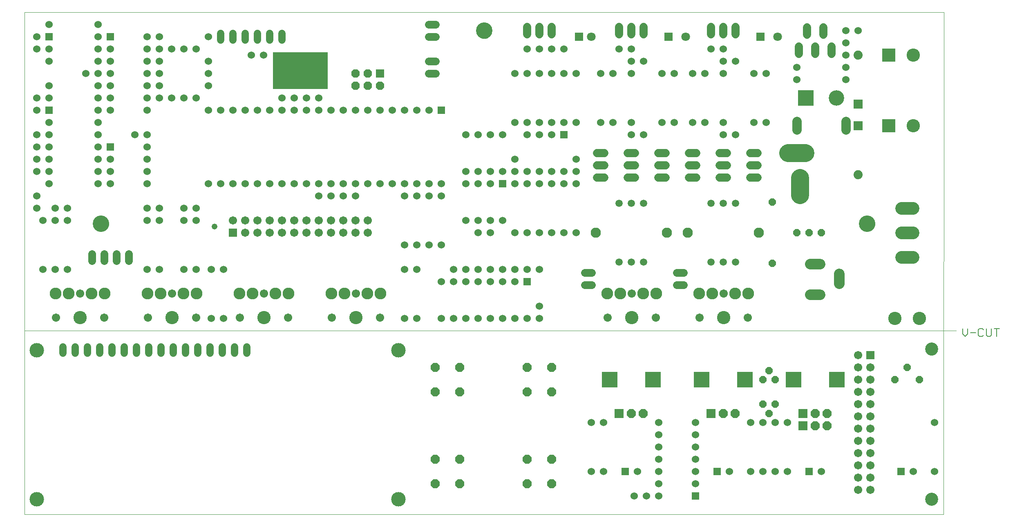
<source format=gts>
G75*
%MOIN*%
%OFA0B0*%
%FSLAX24Y24*%
%IPPOS*%
%LPD*%
%AMOC8*
5,1,8,0,0,1.08239X$1,22.5*
%
%ADD10C,0.0000*%
%ADD11C,0.1340*%
%ADD12C,0.1064*%
%ADD13C,0.0060*%
%ADD14R,0.4500X0.3000*%
%ADD15C,0.0600*%
%ADD16R,0.1080X0.1080*%
%ADD17C,0.1080*%
%ADD18C,0.0740*%
%ADD19R,0.0740X0.0740*%
%ADD20R,0.0600X0.0600*%
%ADD21C,0.1480*%
%ADD22C,0.0050*%
%ADD23C,0.0867*%
%ADD24C,0.0680*%
%ADD25OC8,0.0600*%
%ADD26C,0.0595*%
%ADD27C,0.1182*%
%ADD28C,0.0966*%
%ADD29C,0.0671*%
%ADD30C,0.1025*%
%ADD31R,0.0730X0.0730*%
%ADD32OC8,0.0730*%
%ADD33R,0.1307X0.1307*%
%ADD34OC8,0.0740*%
%ADD35C,0.0710*%
%ADD36R,0.0710X0.0710*%
%ADD37C,0.0592*%
%ADD38C,0.0828*%
%ADD39C,0.0640*%
%ADD40C,0.0780*%
%ADD41R,0.0674X0.0674*%
%ADD42C,0.0674*%
%ADD43C,0.0600*%
%ADD44OC8,0.0674*%
%ADD45C,0.0555*%
%ADD46C,0.1261*%
%ADD47OC8,0.0611*%
%ADD48R,0.1261X0.1261*%
%ADD49C,0.0476*%
D10*
X000500Y000250D02*
X000500Y015250D01*
X076500Y015250D01*
X074008Y013750D02*
X074010Y013794D01*
X074016Y013838D01*
X074026Y013881D01*
X074039Y013923D01*
X074057Y013963D01*
X074078Y014002D01*
X074102Y014039D01*
X074129Y014074D01*
X074160Y014106D01*
X074193Y014135D01*
X074229Y014161D01*
X074267Y014183D01*
X074307Y014202D01*
X074348Y014218D01*
X074391Y014230D01*
X074434Y014238D01*
X074478Y014242D01*
X074522Y014242D01*
X074566Y014238D01*
X074609Y014230D01*
X074652Y014218D01*
X074693Y014202D01*
X074733Y014183D01*
X074771Y014161D01*
X074807Y014135D01*
X074840Y014106D01*
X074871Y014074D01*
X074898Y014039D01*
X074922Y014002D01*
X074943Y013963D01*
X074961Y013923D01*
X074974Y013881D01*
X074984Y013838D01*
X074990Y013794D01*
X074992Y013750D01*
X074990Y013706D01*
X074984Y013662D01*
X074974Y013619D01*
X074961Y013577D01*
X074943Y013537D01*
X074922Y013498D01*
X074898Y013461D01*
X074871Y013426D01*
X074840Y013394D01*
X074807Y013365D01*
X074771Y013339D01*
X074733Y013317D01*
X074693Y013298D01*
X074652Y013282D01*
X074609Y013270D01*
X074566Y013262D01*
X074522Y013258D01*
X074478Y013258D01*
X074434Y013262D01*
X074391Y013270D01*
X074348Y013282D01*
X074307Y013298D01*
X074267Y013317D01*
X074229Y013339D01*
X074193Y013365D01*
X074160Y013394D01*
X074129Y013426D01*
X074102Y013461D01*
X074078Y013498D01*
X074057Y013537D01*
X074039Y013577D01*
X074026Y013619D01*
X074016Y013662D01*
X074010Y013706D01*
X074008Y013750D01*
X059213Y016313D02*
X059215Y016347D01*
X059221Y016381D01*
X059231Y016414D01*
X059244Y016445D01*
X059262Y016475D01*
X059282Y016503D01*
X059306Y016528D01*
X059332Y016550D01*
X059360Y016568D01*
X059391Y016584D01*
X059423Y016596D01*
X059457Y016604D01*
X059491Y016608D01*
X059525Y016608D01*
X059559Y016604D01*
X059593Y016596D01*
X059625Y016584D01*
X059655Y016568D01*
X059684Y016550D01*
X059710Y016528D01*
X059734Y016503D01*
X059754Y016475D01*
X059772Y016445D01*
X059785Y016414D01*
X059795Y016381D01*
X059801Y016347D01*
X059803Y016313D01*
X059801Y016279D01*
X059795Y016245D01*
X059785Y016212D01*
X059772Y016181D01*
X059754Y016151D01*
X059734Y016123D01*
X059710Y016098D01*
X059684Y016076D01*
X059656Y016058D01*
X059625Y016042D01*
X059593Y016030D01*
X059559Y016022D01*
X059525Y016018D01*
X059491Y016018D01*
X059457Y016022D01*
X059423Y016030D01*
X059391Y016042D01*
X059360Y016058D01*
X059332Y016076D01*
X059306Y016098D01*
X059282Y016123D01*
X059262Y016151D01*
X059244Y016181D01*
X059231Y016212D01*
X059221Y016245D01*
X059215Y016279D01*
X059213Y016313D01*
X055276Y016313D02*
X055278Y016347D01*
X055284Y016381D01*
X055294Y016414D01*
X055307Y016445D01*
X055325Y016475D01*
X055345Y016503D01*
X055369Y016528D01*
X055395Y016550D01*
X055423Y016568D01*
X055454Y016584D01*
X055486Y016596D01*
X055520Y016604D01*
X055554Y016608D01*
X055588Y016608D01*
X055622Y016604D01*
X055656Y016596D01*
X055688Y016584D01*
X055718Y016568D01*
X055747Y016550D01*
X055773Y016528D01*
X055797Y016503D01*
X055817Y016475D01*
X055835Y016445D01*
X055848Y016414D01*
X055858Y016381D01*
X055864Y016347D01*
X055866Y016313D01*
X055864Y016279D01*
X055858Y016245D01*
X055848Y016212D01*
X055835Y016181D01*
X055817Y016151D01*
X055797Y016123D01*
X055773Y016098D01*
X055747Y016076D01*
X055719Y016058D01*
X055688Y016042D01*
X055656Y016030D01*
X055622Y016022D01*
X055588Y016018D01*
X055554Y016018D01*
X055520Y016022D01*
X055486Y016030D01*
X055454Y016042D01*
X055423Y016058D01*
X055395Y016076D01*
X055369Y016098D01*
X055345Y016123D01*
X055325Y016151D01*
X055307Y016181D01*
X055294Y016212D01*
X055284Y016245D01*
X055278Y016279D01*
X055276Y016313D01*
X051713Y016313D02*
X051715Y016347D01*
X051721Y016381D01*
X051731Y016414D01*
X051744Y016445D01*
X051762Y016475D01*
X051782Y016503D01*
X051806Y016528D01*
X051832Y016550D01*
X051860Y016568D01*
X051891Y016584D01*
X051923Y016596D01*
X051957Y016604D01*
X051991Y016608D01*
X052025Y016608D01*
X052059Y016604D01*
X052093Y016596D01*
X052125Y016584D01*
X052155Y016568D01*
X052184Y016550D01*
X052210Y016528D01*
X052234Y016503D01*
X052254Y016475D01*
X052272Y016445D01*
X052285Y016414D01*
X052295Y016381D01*
X052301Y016347D01*
X052303Y016313D01*
X052301Y016279D01*
X052295Y016245D01*
X052285Y016212D01*
X052272Y016181D01*
X052254Y016151D01*
X052234Y016123D01*
X052210Y016098D01*
X052184Y016076D01*
X052156Y016058D01*
X052125Y016042D01*
X052093Y016030D01*
X052059Y016022D01*
X052025Y016018D01*
X051991Y016018D01*
X051957Y016022D01*
X051923Y016030D01*
X051891Y016042D01*
X051860Y016058D01*
X051832Y016076D01*
X051806Y016098D01*
X051782Y016123D01*
X051762Y016151D01*
X051744Y016181D01*
X051731Y016212D01*
X051721Y016245D01*
X051715Y016279D01*
X051713Y016313D01*
X049744Y018281D02*
X049746Y018315D01*
X049752Y018349D01*
X049762Y018382D01*
X049775Y018413D01*
X049793Y018443D01*
X049813Y018471D01*
X049837Y018496D01*
X049863Y018518D01*
X049891Y018536D01*
X049922Y018552D01*
X049954Y018564D01*
X049988Y018572D01*
X050022Y018576D01*
X050056Y018576D01*
X050090Y018572D01*
X050124Y018564D01*
X050156Y018552D01*
X050186Y018536D01*
X050215Y018518D01*
X050241Y018496D01*
X050265Y018471D01*
X050285Y018443D01*
X050303Y018413D01*
X050316Y018382D01*
X050326Y018349D01*
X050332Y018315D01*
X050334Y018281D01*
X050332Y018247D01*
X050326Y018213D01*
X050316Y018180D01*
X050303Y018149D01*
X050285Y018119D01*
X050265Y018091D01*
X050241Y018066D01*
X050215Y018044D01*
X050187Y018026D01*
X050156Y018010D01*
X050124Y017998D01*
X050090Y017990D01*
X050056Y017986D01*
X050022Y017986D01*
X049988Y017990D01*
X049954Y017998D01*
X049922Y018010D01*
X049891Y018026D01*
X049863Y018044D01*
X049837Y018066D01*
X049813Y018091D01*
X049793Y018119D01*
X049775Y018149D01*
X049762Y018180D01*
X049752Y018213D01*
X049746Y018247D01*
X049744Y018281D01*
X047776Y016313D02*
X047778Y016347D01*
X047784Y016381D01*
X047794Y016414D01*
X047807Y016445D01*
X047825Y016475D01*
X047845Y016503D01*
X047869Y016528D01*
X047895Y016550D01*
X047923Y016568D01*
X047954Y016584D01*
X047986Y016596D01*
X048020Y016604D01*
X048054Y016608D01*
X048088Y016608D01*
X048122Y016604D01*
X048156Y016596D01*
X048188Y016584D01*
X048218Y016568D01*
X048247Y016550D01*
X048273Y016528D01*
X048297Y016503D01*
X048317Y016475D01*
X048335Y016445D01*
X048348Y016414D01*
X048358Y016381D01*
X048364Y016347D01*
X048366Y016313D01*
X048364Y016279D01*
X048358Y016245D01*
X048348Y016212D01*
X048335Y016181D01*
X048317Y016151D01*
X048297Y016123D01*
X048273Y016098D01*
X048247Y016076D01*
X048219Y016058D01*
X048188Y016042D01*
X048156Y016030D01*
X048122Y016022D01*
X048088Y016018D01*
X048054Y016018D01*
X048020Y016022D01*
X047986Y016030D01*
X047954Y016042D01*
X047923Y016058D01*
X047895Y016076D01*
X047869Y016098D01*
X047845Y016123D01*
X047825Y016151D01*
X047807Y016181D01*
X047794Y016212D01*
X047784Y016245D01*
X047778Y016279D01*
X047776Y016313D01*
X057244Y018281D02*
X057246Y018315D01*
X057252Y018349D01*
X057262Y018382D01*
X057275Y018413D01*
X057293Y018443D01*
X057313Y018471D01*
X057337Y018496D01*
X057363Y018518D01*
X057391Y018536D01*
X057422Y018552D01*
X057454Y018564D01*
X057488Y018572D01*
X057522Y018576D01*
X057556Y018576D01*
X057590Y018572D01*
X057624Y018564D01*
X057656Y018552D01*
X057686Y018536D01*
X057715Y018518D01*
X057741Y018496D01*
X057765Y018471D01*
X057785Y018443D01*
X057803Y018413D01*
X057816Y018382D01*
X057826Y018349D01*
X057832Y018315D01*
X057834Y018281D01*
X057832Y018247D01*
X057826Y018213D01*
X057816Y018180D01*
X057803Y018149D01*
X057785Y018119D01*
X057765Y018091D01*
X057741Y018066D01*
X057715Y018044D01*
X057687Y018026D01*
X057656Y018010D01*
X057624Y017998D01*
X057590Y017990D01*
X057556Y017986D01*
X057522Y017986D01*
X057488Y017990D01*
X057454Y017998D01*
X057422Y018010D01*
X057391Y018026D01*
X057363Y018044D01*
X057337Y018066D01*
X057313Y018091D01*
X057293Y018119D01*
X057275Y018149D01*
X057262Y018180D01*
X057252Y018213D01*
X057246Y018247D01*
X057244Y018281D01*
X054231Y023250D02*
X054233Y023288D01*
X054239Y023327D01*
X054249Y023364D01*
X054262Y023400D01*
X054280Y023434D01*
X054300Y023467D01*
X054324Y023497D01*
X054351Y023524D01*
X054381Y023549D01*
X054412Y023571D01*
X054446Y023589D01*
X054482Y023603D01*
X054519Y023614D01*
X054557Y023621D01*
X054595Y023624D01*
X054634Y023623D01*
X054672Y023618D01*
X054710Y023609D01*
X054746Y023596D01*
X054781Y023580D01*
X054814Y023560D01*
X054845Y023537D01*
X054873Y023511D01*
X054898Y023482D01*
X054921Y023451D01*
X054940Y023417D01*
X054955Y023382D01*
X054967Y023345D01*
X054975Y023308D01*
X054979Y023269D01*
X054979Y023231D01*
X054975Y023192D01*
X054967Y023155D01*
X054955Y023118D01*
X054940Y023083D01*
X054921Y023049D01*
X054898Y023018D01*
X054873Y022989D01*
X054845Y022963D01*
X054814Y022940D01*
X054781Y022920D01*
X054746Y022904D01*
X054710Y022891D01*
X054672Y022882D01*
X054634Y022877D01*
X054595Y022876D01*
X054557Y022879D01*
X054519Y022886D01*
X054482Y022897D01*
X054446Y022911D01*
X054412Y022929D01*
X054381Y022951D01*
X054351Y022976D01*
X054324Y023003D01*
X054300Y023033D01*
X054280Y023066D01*
X054262Y023100D01*
X054249Y023136D01*
X054239Y023173D01*
X054233Y023212D01*
X054231Y023250D01*
X052521Y023250D02*
X052523Y023288D01*
X052529Y023327D01*
X052539Y023364D01*
X052552Y023400D01*
X052570Y023434D01*
X052590Y023467D01*
X052614Y023497D01*
X052641Y023524D01*
X052671Y023549D01*
X052702Y023571D01*
X052736Y023589D01*
X052772Y023603D01*
X052809Y023614D01*
X052847Y023621D01*
X052885Y023624D01*
X052924Y023623D01*
X052962Y023618D01*
X053000Y023609D01*
X053036Y023596D01*
X053071Y023580D01*
X053104Y023560D01*
X053135Y023537D01*
X053163Y023511D01*
X053188Y023482D01*
X053211Y023451D01*
X053230Y023417D01*
X053245Y023382D01*
X053257Y023345D01*
X053265Y023308D01*
X053269Y023269D01*
X053269Y023231D01*
X053265Y023192D01*
X053257Y023155D01*
X053245Y023118D01*
X053230Y023083D01*
X053211Y023049D01*
X053188Y023018D01*
X053163Y022989D01*
X053135Y022963D01*
X053104Y022940D01*
X053071Y022920D01*
X053036Y022904D01*
X053000Y022891D01*
X052962Y022882D01*
X052924Y022877D01*
X052885Y022876D01*
X052847Y022879D01*
X052809Y022886D01*
X052772Y022897D01*
X052736Y022911D01*
X052702Y022929D01*
X052671Y022951D01*
X052641Y022976D01*
X052614Y023003D01*
X052590Y023033D01*
X052570Y023066D01*
X052552Y023100D01*
X052539Y023136D01*
X052529Y023173D01*
X052523Y023212D01*
X052521Y023250D01*
X046731Y023250D02*
X046733Y023288D01*
X046739Y023327D01*
X046749Y023364D01*
X046762Y023400D01*
X046780Y023434D01*
X046800Y023467D01*
X046824Y023497D01*
X046851Y023524D01*
X046881Y023549D01*
X046912Y023571D01*
X046946Y023589D01*
X046982Y023603D01*
X047019Y023614D01*
X047057Y023621D01*
X047095Y023624D01*
X047134Y023623D01*
X047172Y023618D01*
X047210Y023609D01*
X047246Y023596D01*
X047281Y023580D01*
X047314Y023560D01*
X047345Y023537D01*
X047373Y023511D01*
X047398Y023482D01*
X047421Y023451D01*
X047440Y023417D01*
X047455Y023382D01*
X047467Y023345D01*
X047475Y023308D01*
X047479Y023269D01*
X047479Y023231D01*
X047475Y023192D01*
X047467Y023155D01*
X047455Y023118D01*
X047440Y023083D01*
X047421Y023049D01*
X047398Y023018D01*
X047373Y022989D01*
X047345Y022963D01*
X047314Y022940D01*
X047281Y022920D01*
X047246Y022904D01*
X047210Y022891D01*
X047172Y022882D01*
X047134Y022877D01*
X047095Y022876D01*
X047057Y022879D01*
X047019Y022886D01*
X046982Y022897D01*
X046946Y022911D01*
X046912Y022929D01*
X046881Y022951D01*
X046851Y022976D01*
X046824Y023003D01*
X046800Y023033D01*
X046780Y023066D01*
X046762Y023100D01*
X046749Y023136D01*
X046739Y023173D01*
X046733Y023212D01*
X046731Y023250D01*
X060021Y023250D02*
X060023Y023288D01*
X060029Y023327D01*
X060039Y023364D01*
X060052Y023400D01*
X060070Y023434D01*
X060090Y023467D01*
X060114Y023497D01*
X060141Y023524D01*
X060171Y023549D01*
X060202Y023571D01*
X060236Y023589D01*
X060272Y023603D01*
X060309Y023614D01*
X060347Y023621D01*
X060385Y023624D01*
X060424Y023623D01*
X060462Y023618D01*
X060500Y023609D01*
X060536Y023596D01*
X060571Y023580D01*
X060604Y023560D01*
X060635Y023537D01*
X060663Y023511D01*
X060688Y023482D01*
X060711Y023451D01*
X060730Y023417D01*
X060745Y023382D01*
X060757Y023345D01*
X060765Y023308D01*
X060769Y023269D01*
X060769Y023231D01*
X060765Y023192D01*
X060757Y023155D01*
X060745Y023118D01*
X060730Y023083D01*
X060711Y023049D01*
X060688Y023018D01*
X060663Y022989D01*
X060635Y022963D01*
X060604Y022940D01*
X060571Y022920D01*
X060536Y022904D01*
X060500Y022891D01*
X060462Y022882D01*
X060424Y022877D01*
X060385Y022876D01*
X060347Y022879D01*
X060309Y022886D01*
X060272Y022897D01*
X060236Y022911D01*
X060202Y022929D01*
X060171Y022951D01*
X060141Y022976D01*
X060114Y023003D01*
X060090Y023033D01*
X060070Y023066D01*
X060052Y023100D01*
X060039Y023136D01*
X060029Y023173D01*
X060023Y023212D01*
X060021Y023250D01*
X068620Y024000D02*
X068622Y024050D01*
X068628Y024100D01*
X068638Y024149D01*
X068652Y024197D01*
X068669Y024244D01*
X068690Y024289D01*
X068715Y024333D01*
X068743Y024374D01*
X068775Y024413D01*
X068809Y024450D01*
X068846Y024484D01*
X068886Y024514D01*
X068928Y024541D01*
X068972Y024565D01*
X069018Y024586D01*
X069065Y024602D01*
X069113Y024615D01*
X069163Y024624D01*
X069212Y024629D01*
X069263Y024630D01*
X069313Y024627D01*
X069362Y024620D01*
X069411Y024609D01*
X069459Y024594D01*
X069505Y024576D01*
X069550Y024554D01*
X069593Y024528D01*
X069634Y024499D01*
X069673Y024467D01*
X069709Y024432D01*
X069741Y024394D01*
X069771Y024354D01*
X069798Y024311D01*
X069821Y024267D01*
X069840Y024221D01*
X069856Y024173D01*
X069868Y024124D01*
X069876Y024075D01*
X069880Y024025D01*
X069880Y023975D01*
X069876Y023925D01*
X069868Y023876D01*
X069856Y023827D01*
X069840Y023779D01*
X069821Y023733D01*
X069798Y023689D01*
X069771Y023646D01*
X069741Y023606D01*
X069709Y023568D01*
X069673Y023533D01*
X069634Y023501D01*
X069593Y023472D01*
X069550Y023446D01*
X069505Y023424D01*
X069459Y023406D01*
X069411Y023391D01*
X069362Y023380D01*
X069313Y023373D01*
X069263Y023370D01*
X069212Y023371D01*
X069163Y023376D01*
X069113Y023385D01*
X069065Y023398D01*
X069018Y023414D01*
X068972Y023435D01*
X068928Y023459D01*
X068886Y023486D01*
X068846Y023516D01*
X068809Y023550D01*
X068775Y023587D01*
X068743Y023626D01*
X068715Y023667D01*
X068690Y023711D01*
X068669Y023756D01*
X068652Y023803D01*
X068638Y023851D01*
X068628Y023900D01*
X068622Y023950D01*
X068620Y024000D01*
X037370Y039750D02*
X037372Y039800D01*
X037378Y039850D01*
X037388Y039899D01*
X037402Y039947D01*
X037419Y039994D01*
X037440Y040039D01*
X037465Y040083D01*
X037493Y040124D01*
X037525Y040163D01*
X037559Y040200D01*
X037596Y040234D01*
X037636Y040264D01*
X037678Y040291D01*
X037722Y040315D01*
X037768Y040336D01*
X037815Y040352D01*
X037863Y040365D01*
X037913Y040374D01*
X037962Y040379D01*
X038013Y040380D01*
X038063Y040377D01*
X038112Y040370D01*
X038161Y040359D01*
X038209Y040344D01*
X038255Y040326D01*
X038300Y040304D01*
X038343Y040278D01*
X038384Y040249D01*
X038423Y040217D01*
X038459Y040182D01*
X038491Y040144D01*
X038521Y040104D01*
X038548Y040061D01*
X038571Y040017D01*
X038590Y039971D01*
X038606Y039923D01*
X038618Y039874D01*
X038626Y039825D01*
X038630Y039775D01*
X038630Y039725D01*
X038626Y039675D01*
X038618Y039626D01*
X038606Y039577D01*
X038590Y039529D01*
X038571Y039483D01*
X038548Y039439D01*
X038521Y039396D01*
X038491Y039356D01*
X038459Y039318D01*
X038423Y039283D01*
X038384Y039251D01*
X038343Y039222D01*
X038300Y039196D01*
X038255Y039174D01*
X038209Y039156D01*
X038161Y039141D01*
X038112Y039130D01*
X038063Y039123D01*
X038013Y039120D01*
X037962Y039121D01*
X037913Y039126D01*
X037863Y039135D01*
X037815Y039148D01*
X037768Y039164D01*
X037722Y039185D01*
X037678Y039209D01*
X037636Y039236D01*
X037596Y039266D01*
X037559Y039300D01*
X037525Y039337D01*
X037493Y039376D01*
X037465Y039417D01*
X037440Y039461D01*
X037419Y039506D01*
X037402Y039553D01*
X037388Y039601D01*
X037378Y039650D01*
X037372Y039700D01*
X037370Y039750D01*
X006120Y024000D02*
X006122Y024050D01*
X006128Y024100D01*
X006138Y024149D01*
X006152Y024197D01*
X006169Y024244D01*
X006190Y024289D01*
X006215Y024333D01*
X006243Y024374D01*
X006275Y024413D01*
X006309Y024450D01*
X006346Y024484D01*
X006386Y024514D01*
X006428Y024541D01*
X006472Y024565D01*
X006518Y024586D01*
X006565Y024602D01*
X006613Y024615D01*
X006663Y024624D01*
X006712Y024629D01*
X006763Y024630D01*
X006813Y024627D01*
X006862Y024620D01*
X006911Y024609D01*
X006959Y024594D01*
X007005Y024576D01*
X007050Y024554D01*
X007093Y024528D01*
X007134Y024499D01*
X007173Y024467D01*
X007209Y024432D01*
X007241Y024394D01*
X007271Y024354D01*
X007298Y024311D01*
X007321Y024267D01*
X007340Y024221D01*
X007356Y024173D01*
X007368Y024124D01*
X007376Y024075D01*
X007380Y024025D01*
X007380Y023975D01*
X007376Y023925D01*
X007368Y023876D01*
X007356Y023827D01*
X007340Y023779D01*
X007321Y023733D01*
X007298Y023689D01*
X007271Y023646D01*
X007241Y023606D01*
X007209Y023568D01*
X007173Y023533D01*
X007134Y023501D01*
X007093Y023472D01*
X007050Y023446D01*
X007005Y023424D01*
X006959Y023406D01*
X006911Y023391D01*
X006862Y023380D01*
X006813Y023373D01*
X006763Y023370D01*
X006712Y023371D01*
X006663Y023376D01*
X006613Y023385D01*
X006565Y023398D01*
X006518Y023414D01*
X006472Y023435D01*
X006428Y023459D01*
X006386Y023486D01*
X006346Y023516D01*
X006309Y023550D01*
X006275Y023587D01*
X006243Y023626D01*
X006215Y023667D01*
X006190Y023711D01*
X006169Y023756D01*
X006152Y023803D01*
X006138Y023851D01*
X006128Y023900D01*
X006122Y023950D01*
X006120Y024000D01*
X004744Y018281D02*
X004746Y018315D01*
X004752Y018349D01*
X004762Y018382D01*
X004775Y018413D01*
X004793Y018443D01*
X004813Y018471D01*
X004837Y018496D01*
X004863Y018518D01*
X004891Y018536D01*
X004922Y018552D01*
X004954Y018564D01*
X004988Y018572D01*
X005022Y018576D01*
X005056Y018576D01*
X005090Y018572D01*
X005124Y018564D01*
X005156Y018552D01*
X005186Y018536D01*
X005215Y018518D01*
X005241Y018496D01*
X005265Y018471D01*
X005285Y018443D01*
X005303Y018413D01*
X005316Y018382D01*
X005326Y018349D01*
X005332Y018315D01*
X005334Y018281D01*
X005332Y018247D01*
X005326Y018213D01*
X005316Y018180D01*
X005303Y018149D01*
X005285Y018119D01*
X005265Y018091D01*
X005241Y018066D01*
X005215Y018044D01*
X005187Y018026D01*
X005156Y018010D01*
X005124Y017998D01*
X005090Y017990D01*
X005056Y017986D01*
X005022Y017986D01*
X004988Y017990D01*
X004954Y017998D01*
X004922Y018010D01*
X004891Y018026D01*
X004863Y018044D01*
X004837Y018066D01*
X004813Y018091D01*
X004793Y018119D01*
X004775Y018149D01*
X004762Y018180D01*
X004752Y018213D01*
X004746Y018247D01*
X004744Y018281D01*
X002776Y016313D02*
X002778Y016347D01*
X002784Y016381D01*
X002794Y016414D01*
X002807Y016445D01*
X002825Y016475D01*
X002845Y016503D01*
X002869Y016528D01*
X002895Y016550D01*
X002923Y016568D01*
X002954Y016584D01*
X002986Y016596D01*
X003020Y016604D01*
X003054Y016608D01*
X003088Y016608D01*
X003122Y016604D01*
X003156Y016596D01*
X003188Y016584D01*
X003218Y016568D01*
X003247Y016550D01*
X003273Y016528D01*
X003297Y016503D01*
X003317Y016475D01*
X003335Y016445D01*
X003348Y016414D01*
X003358Y016381D01*
X003364Y016347D01*
X003366Y016313D01*
X003364Y016279D01*
X003358Y016245D01*
X003348Y016212D01*
X003335Y016181D01*
X003317Y016151D01*
X003297Y016123D01*
X003273Y016098D01*
X003247Y016076D01*
X003219Y016058D01*
X003188Y016042D01*
X003156Y016030D01*
X003122Y016022D01*
X003088Y016018D01*
X003054Y016018D01*
X003020Y016022D01*
X002986Y016030D01*
X002954Y016042D01*
X002923Y016058D01*
X002895Y016076D01*
X002869Y016098D01*
X002845Y016123D01*
X002825Y016151D01*
X002807Y016181D01*
X002794Y016212D01*
X002784Y016245D01*
X002778Y016279D01*
X002776Y016313D01*
X000500Y015250D02*
X000500Y041250D01*
X075500Y041250D01*
X075492Y000250D01*
X000500Y000250D01*
X000949Y001500D02*
X000951Y001547D01*
X000957Y001593D01*
X000967Y001639D01*
X000980Y001684D01*
X000998Y001727D01*
X001019Y001769D01*
X001043Y001809D01*
X001071Y001846D01*
X001102Y001881D01*
X001136Y001914D01*
X001172Y001943D01*
X001211Y001969D01*
X001252Y001992D01*
X001295Y002011D01*
X001339Y002027D01*
X001384Y002039D01*
X001430Y002047D01*
X001477Y002051D01*
X001523Y002051D01*
X001570Y002047D01*
X001616Y002039D01*
X001661Y002027D01*
X001705Y002011D01*
X001748Y001992D01*
X001789Y001969D01*
X001828Y001943D01*
X001864Y001914D01*
X001898Y001881D01*
X001929Y001846D01*
X001957Y001809D01*
X001981Y001769D01*
X002002Y001727D01*
X002020Y001684D01*
X002033Y001639D01*
X002043Y001593D01*
X002049Y001547D01*
X002051Y001500D01*
X002049Y001453D01*
X002043Y001407D01*
X002033Y001361D01*
X002020Y001316D01*
X002002Y001273D01*
X001981Y001231D01*
X001957Y001191D01*
X001929Y001154D01*
X001898Y001119D01*
X001864Y001086D01*
X001828Y001057D01*
X001789Y001031D01*
X001748Y001008D01*
X001705Y000989D01*
X001661Y000973D01*
X001616Y000961D01*
X001570Y000953D01*
X001523Y000949D01*
X001477Y000949D01*
X001430Y000953D01*
X001384Y000961D01*
X001339Y000973D01*
X001295Y000989D01*
X001252Y001008D01*
X001211Y001031D01*
X001172Y001057D01*
X001136Y001086D01*
X001102Y001119D01*
X001071Y001154D01*
X001043Y001191D01*
X001019Y001231D01*
X000998Y001273D01*
X000980Y001316D01*
X000967Y001361D01*
X000957Y001407D01*
X000951Y001453D01*
X000949Y001500D01*
X000949Y013673D02*
X000951Y013720D01*
X000957Y013766D01*
X000967Y013812D01*
X000980Y013857D01*
X000998Y013900D01*
X001019Y013942D01*
X001043Y013982D01*
X001071Y014019D01*
X001102Y014054D01*
X001136Y014087D01*
X001172Y014116D01*
X001211Y014142D01*
X001252Y014165D01*
X001295Y014184D01*
X001339Y014200D01*
X001384Y014212D01*
X001430Y014220D01*
X001477Y014224D01*
X001523Y014224D01*
X001570Y014220D01*
X001616Y014212D01*
X001661Y014200D01*
X001705Y014184D01*
X001748Y014165D01*
X001789Y014142D01*
X001828Y014116D01*
X001864Y014087D01*
X001898Y014054D01*
X001929Y014019D01*
X001957Y013982D01*
X001981Y013942D01*
X002002Y013900D01*
X002020Y013857D01*
X002033Y013812D01*
X002043Y013766D01*
X002049Y013720D01*
X002051Y013673D01*
X002049Y013626D01*
X002043Y013580D01*
X002033Y013534D01*
X002020Y013489D01*
X002002Y013446D01*
X001981Y013404D01*
X001957Y013364D01*
X001929Y013327D01*
X001898Y013292D01*
X001864Y013259D01*
X001828Y013230D01*
X001789Y013204D01*
X001748Y013181D01*
X001705Y013162D01*
X001661Y013146D01*
X001616Y013134D01*
X001570Y013126D01*
X001523Y013122D01*
X001477Y013122D01*
X001430Y013126D01*
X001384Y013134D01*
X001339Y013146D01*
X001295Y013162D01*
X001252Y013181D01*
X001211Y013204D01*
X001172Y013230D01*
X001136Y013259D01*
X001102Y013292D01*
X001071Y013327D01*
X001043Y013364D01*
X001019Y013404D01*
X000998Y013446D01*
X000980Y013489D01*
X000967Y013534D01*
X000957Y013580D01*
X000951Y013626D01*
X000949Y013673D01*
X006713Y016313D02*
X006715Y016347D01*
X006721Y016381D01*
X006731Y016414D01*
X006744Y016445D01*
X006762Y016475D01*
X006782Y016503D01*
X006806Y016528D01*
X006832Y016550D01*
X006860Y016568D01*
X006891Y016584D01*
X006923Y016596D01*
X006957Y016604D01*
X006991Y016608D01*
X007025Y016608D01*
X007059Y016604D01*
X007093Y016596D01*
X007125Y016584D01*
X007155Y016568D01*
X007184Y016550D01*
X007210Y016528D01*
X007234Y016503D01*
X007254Y016475D01*
X007272Y016445D01*
X007285Y016414D01*
X007295Y016381D01*
X007301Y016347D01*
X007303Y016313D01*
X007301Y016279D01*
X007295Y016245D01*
X007285Y016212D01*
X007272Y016181D01*
X007254Y016151D01*
X007234Y016123D01*
X007210Y016098D01*
X007184Y016076D01*
X007156Y016058D01*
X007125Y016042D01*
X007093Y016030D01*
X007059Y016022D01*
X007025Y016018D01*
X006991Y016018D01*
X006957Y016022D01*
X006923Y016030D01*
X006891Y016042D01*
X006860Y016058D01*
X006832Y016076D01*
X006806Y016098D01*
X006782Y016123D01*
X006762Y016151D01*
X006744Y016181D01*
X006731Y016212D01*
X006721Y016245D01*
X006715Y016279D01*
X006713Y016313D01*
X010276Y016313D02*
X010278Y016347D01*
X010284Y016381D01*
X010294Y016414D01*
X010307Y016445D01*
X010325Y016475D01*
X010345Y016503D01*
X010369Y016528D01*
X010395Y016550D01*
X010423Y016568D01*
X010454Y016584D01*
X010486Y016596D01*
X010520Y016604D01*
X010554Y016608D01*
X010588Y016608D01*
X010622Y016604D01*
X010656Y016596D01*
X010688Y016584D01*
X010718Y016568D01*
X010747Y016550D01*
X010773Y016528D01*
X010797Y016503D01*
X010817Y016475D01*
X010835Y016445D01*
X010848Y016414D01*
X010858Y016381D01*
X010864Y016347D01*
X010866Y016313D01*
X010864Y016279D01*
X010858Y016245D01*
X010848Y016212D01*
X010835Y016181D01*
X010817Y016151D01*
X010797Y016123D01*
X010773Y016098D01*
X010747Y016076D01*
X010719Y016058D01*
X010688Y016042D01*
X010656Y016030D01*
X010622Y016022D01*
X010588Y016018D01*
X010554Y016018D01*
X010520Y016022D01*
X010486Y016030D01*
X010454Y016042D01*
X010423Y016058D01*
X010395Y016076D01*
X010369Y016098D01*
X010345Y016123D01*
X010325Y016151D01*
X010307Y016181D01*
X010294Y016212D01*
X010284Y016245D01*
X010278Y016279D01*
X010276Y016313D01*
X012244Y018281D02*
X012246Y018315D01*
X012252Y018349D01*
X012262Y018382D01*
X012275Y018413D01*
X012293Y018443D01*
X012313Y018471D01*
X012337Y018496D01*
X012363Y018518D01*
X012391Y018536D01*
X012422Y018552D01*
X012454Y018564D01*
X012488Y018572D01*
X012522Y018576D01*
X012556Y018576D01*
X012590Y018572D01*
X012624Y018564D01*
X012656Y018552D01*
X012686Y018536D01*
X012715Y018518D01*
X012741Y018496D01*
X012765Y018471D01*
X012785Y018443D01*
X012803Y018413D01*
X012816Y018382D01*
X012826Y018349D01*
X012832Y018315D01*
X012834Y018281D01*
X012832Y018247D01*
X012826Y018213D01*
X012816Y018180D01*
X012803Y018149D01*
X012785Y018119D01*
X012765Y018091D01*
X012741Y018066D01*
X012715Y018044D01*
X012687Y018026D01*
X012656Y018010D01*
X012624Y017998D01*
X012590Y017990D01*
X012556Y017986D01*
X012522Y017986D01*
X012488Y017990D01*
X012454Y017998D01*
X012422Y018010D01*
X012391Y018026D01*
X012363Y018044D01*
X012337Y018066D01*
X012313Y018091D01*
X012293Y018119D01*
X012275Y018149D01*
X012262Y018180D01*
X012252Y018213D01*
X012246Y018247D01*
X012244Y018281D01*
X014213Y016313D02*
X014215Y016347D01*
X014221Y016381D01*
X014231Y016414D01*
X014244Y016445D01*
X014262Y016475D01*
X014282Y016503D01*
X014306Y016528D01*
X014332Y016550D01*
X014360Y016568D01*
X014391Y016584D01*
X014423Y016596D01*
X014457Y016604D01*
X014491Y016608D01*
X014525Y016608D01*
X014559Y016604D01*
X014593Y016596D01*
X014625Y016584D01*
X014655Y016568D01*
X014684Y016550D01*
X014710Y016528D01*
X014734Y016503D01*
X014754Y016475D01*
X014772Y016445D01*
X014785Y016414D01*
X014795Y016381D01*
X014801Y016347D01*
X014803Y016313D01*
X014801Y016279D01*
X014795Y016245D01*
X014785Y016212D01*
X014772Y016181D01*
X014754Y016151D01*
X014734Y016123D01*
X014710Y016098D01*
X014684Y016076D01*
X014656Y016058D01*
X014625Y016042D01*
X014593Y016030D01*
X014559Y016022D01*
X014525Y016018D01*
X014491Y016018D01*
X014457Y016022D01*
X014423Y016030D01*
X014391Y016042D01*
X014360Y016058D01*
X014332Y016076D01*
X014306Y016098D01*
X014282Y016123D01*
X014262Y016151D01*
X014244Y016181D01*
X014231Y016212D01*
X014221Y016245D01*
X014215Y016279D01*
X014213Y016313D01*
X017776Y016313D02*
X017778Y016347D01*
X017784Y016381D01*
X017794Y016414D01*
X017807Y016445D01*
X017825Y016475D01*
X017845Y016503D01*
X017869Y016528D01*
X017895Y016550D01*
X017923Y016568D01*
X017954Y016584D01*
X017986Y016596D01*
X018020Y016604D01*
X018054Y016608D01*
X018088Y016608D01*
X018122Y016604D01*
X018156Y016596D01*
X018188Y016584D01*
X018218Y016568D01*
X018247Y016550D01*
X018273Y016528D01*
X018297Y016503D01*
X018317Y016475D01*
X018335Y016445D01*
X018348Y016414D01*
X018358Y016381D01*
X018364Y016347D01*
X018366Y016313D01*
X018364Y016279D01*
X018358Y016245D01*
X018348Y016212D01*
X018335Y016181D01*
X018317Y016151D01*
X018297Y016123D01*
X018273Y016098D01*
X018247Y016076D01*
X018219Y016058D01*
X018188Y016042D01*
X018156Y016030D01*
X018122Y016022D01*
X018088Y016018D01*
X018054Y016018D01*
X018020Y016022D01*
X017986Y016030D01*
X017954Y016042D01*
X017923Y016058D01*
X017895Y016076D01*
X017869Y016098D01*
X017845Y016123D01*
X017825Y016151D01*
X017807Y016181D01*
X017794Y016212D01*
X017784Y016245D01*
X017778Y016279D01*
X017776Y016313D01*
X019744Y018281D02*
X019746Y018315D01*
X019752Y018349D01*
X019762Y018382D01*
X019775Y018413D01*
X019793Y018443D01*
X019813Y018471D01*
X019837Y018496D01*
X019863Y018518D01*
X019891Y018536D01*
X019922Y018552D01*
X019954Y018564D01*
X019988Y018572D01*
X020022Y018576D01*
X020056Y018576D01*
X020090Y018572D01*
X020124Y018564D01*
X020156Y018552D01*
X020186Y018536D01*
X020215Y018518D01*
X020241Y018496D01*
X020265Y018471D01*
X020285Y018443D01*
X020303Y018413D01*
X020316Y018382D01*
X020326Y018349D01*
X020332Y018315D01*
X020334Y018281D01*
X020332Y018247D01*
X020326Y018213D01*
X020316Y018180D01*
X020303Y018149D01*
X020285Y018119D01*
X020265Y018091D01*
X020241Y018066D01*
X020215Y018044D01*
X020187Y018026D01*
X020156Y018010D01*
X020124Y017998D01*
X020090Y017990D01*
X020056Y017986D01*
X020022Y017986D01*
X019988Y017990D01*
X019954Y017998D01*
X019922Y018010D01*
X019891Y018026D01*
X019863Y018044D01*
X019837Y018066D01*
X019813Y018091D01*
X019793Y018119D01*
X019775Y018149D01*
X019762Y018180D01*
X019752Y018213D01*
X019746Y018247D01*
X019744Y018281D01*
X021713Y016313D02*
X021715Y016347D01*
X021721Y016381D01*
X021731Y016414D01*
X021744Y016445D01*
X021762Y016475D01*
X021782Y016503D01*
X021806Y016528D01*
X021832Y016550D01*
X021860Y016568D01*
X021891Y016584D01*
X021923Y016596D01*
X021957Y016604D01*
X021991Y016608D01*
X022025Y016608D01*
X022059Y016604D01*
X022093Y016596D01*
X022125Y016584D01*
X022155Y016568D01*
X022184Y016550D01*
X022210Y016528D01*
X022234Y016503D01*
X022254Y016475D01*
X022272Y016445D01*
X022285Y016414D01*
X022295Y016381D01*
X022301Y016347D01*
X022303Y016313D01*
X022301Y016279D01*
X022295Y016245D01*
X022285Y016212D01*
X022272Y016181D01*
X022254Y016151D01*
X022234Y016123D01*
X022210Y016098D01*
X022184Y016076D01*
X022156Y016058D01*
X022125Y016042D01*
X022093Y016030D01*
X022059Y016022D01*
X022025Y016018D01*
X021991Y016018D01*
X021957Y016022D01*
X021923Y016030D01*
X021891Y016042D01*
X021860Y016058D01*
X021832Y016076D01*
X021806Y016098D01*
X021782Y016123D01*
X021762Y016151D01*
X021744Y016181D01*
X021731Y016212D01*
X021721Y016245D01*
X021715Y016279D01*
X021713Y016313D01*
X025276Y016313D02*
X025278Y016347D01*
X025284Y016381D01*
X025294Y016414D01*
X025307Y016445D01*
X025325Y016475D01*
X025345Y016503D01*
X025369Y016528D01*
X025395Y016550D01*
X025423Y016568D01*
X025454Y016584D01*
X025486Y016596D01*
X025520Y016604D01*
X025554Y016608D01*
X025588Y016608D01*
X025622Y016604D01*
X025656Y016596D01*
X025688Y016584D01*
X025718Y016568D01*
X025747Y016550D01*
X025773Y016528D01*
X025797Y016503D01*
X025817Y016475D01*
X025835Y016445D01*
X025848Y016414D01*
X025858Y016381D01*
X025864Y016347D01*
X025866Y016313D01*
X025864Y016279D01*
X025858Y016245D01*
X025848Y016212D01*
X025835Y016181D01*
X025817Y016151D01*
X025797Y016123D01*
X025773Y016098D01*
X025747Y016076D01*
X025719Y016058D01*
X025688Y016042D01*
X025656Y016030D01*
X025622Y016022D01*
X025588Y016018D01*
X025554Y016018D01*
X025520Y016022D01*
X025486Y016030D01*
X025454Y016042D01*
X025423Y016058D01*
X025395Y016076D01*
X025369Y016098D01*
X025345Y016123D01*
X025325Y016151D01*
X025307Y016181D01*
X025294Y016212D01*
X025284Y016245D01*
X025278Y016279D01*
X025276Y016313D01*
X027244Y018281D02*
X027246Y018315D01*
X027252Y018349D01*
X027262Y018382D01*
X027275Y018413D01*
X027293Y018443D01*
X027313Y018471D01*
X027337Y018496D01*
X027363Y018518D01*
X027391Y018536D01*
X027422Y018552D01*
X027454Y018564D01*
X027488Y018572D01*
X027522Y018576D01*
X027556Y018576D01*
X027590Y018572D01*
X027624Y018564D01*
X027656Y018552D01*
X027686Y018536D01*
X027715Y018518D01*
X027741Y018496D01*
X027765Y018471D01*
X027785Y018443D01*
X027803Y018413D01*
X027816Y018382D01*
X027826Y018349D01*
X027832Y018315D01*
X027834Y018281D01*
X027832Y018247D01*
X027826Y018213D01*
X027816Y018180D01*
X027803Y018149D01*
X027785Y018119D01*
X027765Y018091D01*
X027741Y018066D01*
X027715Y018044D01*
X027687Y018026D01*
X027656Y018010D01*
X027624Y017998D01*
X027590Y017990D01*
X027556Y017986D01*
X027522Y017986D01*
X027488Y017990D01*
X027454Y017998D01*
X027422Y018010D01*
X027391Y018026D01*
X027363Y018044D01*
X027337Y018066D01*
X027313Y018091D01*
X027293Y018119D01*
X027275Y018149D01*
X027262Y018180D01*
X027252Y018213D01*
X027246Y018247D01*
X027244Y018281D01*
X029213Y016313D02*
X029215Y016347D01*
X029221Y016381D01*
X029231Y016414D01*
X029244Y016445D01*
X029262Y016475D01*
X029282Y016503D01*
X029306Y016528D01*
X029332Y016550D01*
X029360Y016568D01*
X029391Y016584D01*
X029423Y016596D01*
X029457Y016604D01*
X029491Y016608D01*
X029525Y016608D01*
X029559Y016604D01*
X029593Y016596D01*
X029625Y016584D01*
X029655Y016568D01*
X029684Y016550D01*
X029710Y016528D01*
X029734Y016503D01*
X029754Y016475D01*
X029772Y016445D01*
X029785Y016414D01*
X029795Y016381D01*
X029801Y016347D01*
X029803Y016313D01*
X029801Y016279D01*
X029795Y016245D01*
X029785Y016212D01*
X029772Y016181D01*
X029754Y016151D01*
X029734Y016123D01*
X029710Y016098D01*
X029684Y016076D01*
X029656Y016058D01*
X029625Y016042D01*
X029593Y016030D01*
X029559Y016022D01*
X029525Y016018D01*
X029491Y016018D01*
X029457Y016022D01*
X029423Y016030D01*
X029391Y016042D01*
X029360Y016058D01*
X029332Y016076D01*
X029306Y016098D01*
X029282Y016123D01*
X029262Y016151D01*
X029244Y016181D01*
X029231Y016212D01*
X029221Y016245D01*
X029215Y016279D01*
X029213Y016313D01*
X030445Y013673D02*
X030447Y013720D01*
X030453Y013766D01*
X030463Y013812D01*
X030476Y013857D01*
X030494Y013900D01*
X030515Y013942D01*
X030539Y013982D01*
X030567Y014019D01*
X030598Y014054D01*
X030632Y014087D01*
X030668Y014116D01*
X030707Y014142D01*
X030748Y014165D01*
X030791Y014184D01*
X030835Y014200D01*
X030880Y014212D01*
X030926Y014220D01*
X030973Y014224D01*
X031019Y014224D01*
X031066Y014220D01*
X031112Y014212D01*
X031157Y014200D01*
X031201Y014184D01*
X031244Y014165D01*
X031285Y014142D01*
X031324Y014116D01*
X031360Y014087D01*
X031394Y014054D01*
X031425Y014019D01*
X031453Y013982D01*
X031477Y013942D01*
X031498Y013900D01*
X031516Y013857D01*
X031529Y013812D01*
X031539Y013766D01*
X031545Y013720D01*
X031547Y013673D01*
X031545Y013626D01*
X031539Y013580D01*
X031529Y013534D01*
X031516Y013489D01*
X031498Y013446D01*
X031477Y013404D01*
X031453Y013364D01*
X031425Y013327D01*
X031394Y013292D01*
X031360Y013259D01*
X031324Y013230D01*
X031285Y013204D01*
X031244Y013181D01*
X031201Y013162D01*
X031157Y013146D01*
X031112Y013134D01*
X031066Y013126D01*
X031019Y013122D01*
X030973Y013122D01*
X030926Y013126D01*
X030880Y013134D01*
X030835Y013146D01*
X030791Y013162D01*
X030748Y013181D01*
X030707Y013204D01*
X030668Y013230D01*
X030632Y013259D01*
X030598Y013292D01*
X030567Y013327D01*
X030539Y013364D01*
X030515Y013404D01*
X030494Y013446D01*
X030476Y013489D01*
X030463Y013534D01*
X030453Y013580D01*
X030447Y013626D01*
X030445Y013673D01*
X030445Y001500D02*
X030447Y001547D01*
X030453Y001593D01*
X030463Y001639D01*
X030476Y001684D01*
X030494Y001727D01*
X030515Y001769D01*
X030539Y001809D01*
X030567Y001846D01*
X030598Y001881D01*
X030632Y001914D01*
X030668Y001943D01*
X030707Y001969D01*
X030748Y001992D01*
X030791Y002011D01*
X030835Y002027D01*
X030880Y002039D01*
X030926Y002047D01*
X030973Y002051D01*
X031019Y002051D01*
X031066Y002047D01*
X031112Y002039D01*
X031157Y002027D01*
X031201Y002011D01*
X031244Y001992D01*
X031285Y001969D01*
X031324Y001943D01*
X031360Y001914D01*
X031394Y001881D01*
X031425Y001846D01*
X031453Y001809D01*
X031477Y001769D01*
X031498Y001727D01*
X031516Y001684D01*
X031529Y001639D01*
X031539Y001593D01*
X031545Y001547D01*
X031547Y001500D01*
X031545Y001453D01*
X031539Y001407D01*
X031529Y001361D01*
X031516Y001316D01*
X031498Y001273D01*
X031477Y001231D01*
X031453Y001191D01*
X031425Y001154D01*
X031394Y001119D01*
X031360Y001086D01*
X031324Y001057D01*
X031285Y001031D01*
X031244Y001008D01*
X031201Y000989D01*
X031157Y000973D01*
X031112Y000961D01*
X031066Y000953D01*
X031019Y000949D01*
X030973Y000949D01*
X030926Y000953D01*
X030880Y000961D01*
X030835Y000973D01*
X030791Y000989D01*
X030748Y001008D01*
X030707Y001031D01*
X030668Y001057D01*
X030632Y001086D01*
X030598Y001119D01*
X030567Y001154D01*
X030539Y001191D01*
X030515Y001231D01*
X030494Y001273D01*
X030476Y001316D01*
X030463Y001361D01*
X030453Y001407D01*
X030447Y001453D01*
X030445Y001500D01*
X074008Y001500D02*
X074010Y001544D01*
X074016Y001588D01*
X074026Y001631D01*
X074039Y001673D01*
X074057Y001713D01*
X074078Y001752D01*
X074102Y001789D01*
X074129Y001824D01*
X074160Y001856D01*
X074193Y001885D01*
X074229Y001911D01*
X074267Y001933D01*
X074307Y001952D01*
X074348Y001968D01*
X074391Y001980D01*
X074434Y001988D01*
X074478Y001992D01*
X074522Y001992D01*
X074566Y001988D01*
X074609Y001980D01*
X074652Y001968D01*
X074693Y001952D01*
X074733Y001933D01*
X074771Y001911D01*
X074807Y001885D01*
X074840Y001856D01*
X074871Y001824D01*
X074898Y001789D01*
X074922Y001752D01*
X074943Y001713D01*
X074961Y001673D01*
X074974Y001631D01*
X074984Y001588D01*
X074990Y001544D01*
X074992Y001500D01*
X074990Y001456D01*
X074984Y001412D01*
X074974Y001369D01*
X074961Y001327D01*
X074943Y001287D01*
X074922Y001248D01*
X074898Y001211D01*
X074871Y001176D01*
X074840Y001144D01*
X074807Y001115D01*
X074771Y001089D01*
X074733Y001067D01*
X074693Y001048D01*
X074652Y001032D01*
X074609Y001020D01*
X074566Y001012D01*
X074522Y001008D01*
X074478Y001008D01*
X074434Y001012D01*
X074391Y001020D01*
X074348Y001032D01*
X074307Y001048D01*
X074267Y001067D01*
X074229Y001089D01*
X074193Y001115D01*
X074160Y001144D01*
X074129Y001176D01*
X074102Y001211D01*
X074078Y001248D01*
X074057Y001287D01*
X074039Y001327D01*
X074026Y001369D01*
X074016Y001412D01*
X074010Y001456D01*
X074008Y001500D01*
D11*
X069250Y024000D03*
X038000Y039750D03*
X006750Y024000D03*
D12*
X074500Y013750D03*
X074500Y001500D03*
D13*
X077244Y014780D02*
X077457Y014994D01*
X077457Y015421D01*
X077675Y015100D02*
X078102Y015100D01*
X078319Y015314D02*
X078319Y014887D01*
X078426Y014780D01*
X078639Y014780D01*
X078746Y014887D01*
X078964Y014887D02*
X079070Y014780D01*
X079284Y014780D01*
X079391Y014887D01*
X079391Y015421D01*
X079608Y015421D02*
X080035Y015421D01*
X079822Y015421D02*
X079822Y014780D01*
X078964Y014887D02*
X078964Y015421D01*
X078746Y015314D02*
X078639Y015421D01*
X078426Y015421D01*
X078319Y015314D01*
X077244Y014780D02*
X077030Y014994D01*
X077030Y015421D01*
D14*
X023000Y036500D03*
D15*
X022050Y036250D03*
X023950Y036250D03*
X023500Y034250D03*
X022500Y034250D03*
X022500Y033250D03*
X023500Y033250D03*
X024500Y033250D03*
X025500Y033250D03*
X026500Y033250D03*
X027500Y033250D03*
X028500Y033250D03*
X029500Y033250D03*
X030500Y033250D03*
X031500Y033250D03*
X032500Y033250D03*
X033500Y033250D03*
X036500Y031250D03*
X037500Y031250D03*
X038500Y031250D03*
X039500Y031250D03*
X040500Y032250D03*
X041500Y032250D03*
X042500Y032250D03*
X042500Y031250D03*
X041500Y031250D03*
X043500Y031250D03*
X043500Y032250D03*
X044500Y032250D03*
X045500Y032250D03*
X047500Y032250D03*
X048500Y032250D03*
X050000Y032250D03*
X050000Y031250D03*
X051000Y031250D03*
X052500Y032250D03*
X053500Y032250D03*
X055000Y032250D03*
X056000Y032250D03*
X057500Y032250D03*
X057500Y031250D03*
X058500Y031250D03*
X060000Y032250D03*
X061000Y032250D03*
X063500Y035750D03*
X063500Y036750D03*
X061000Y036250D03*
X060000Y036250D03*
X058500Y037250D03*
X057500Y037250D03*
X057500Y036250D03*
X056000Y036250D03*
X055000Y036250D03*
X053500Y036250D03*
X052500Y036250D03*
X051000Y037250D03*
X050000Y037250D03*
X050000Y036250D03*
X048500Y036250D03*
X047500Y036250D03*
X045500Y036250D03*
X044500Y036250D03*
X043500Y036250D03*
X042500Y036250D03*
X041500Y036250D03*
X040500Y036250D03*
X041500Y038250D03*
X042500Y038250D03*
X043500Y038250D03*
X044500Y038250D03*
X049000Y038250D03*
X050000Y038250D03*
X056500Y038250D03*
X057500Y038250D03*
X067500Y037750D03*
X067500Y036750D03*
X067500Y035750D03*
X067500Y038750D03*
X067500Y039750D03*
X068500Y039750D03*
X045500Y029250D03*
X045500Y028250D03*
X044500Y028250D03*
X043500Y028250D03*
X042500Y028250D03*
X041500Y028250D03*
X040500Y028250D03*
X039500Y028250D03*
X038500Y028250D03*
X037500Y028250D03*
X036500Y028250D03*
X036500Y027250D03*
X037500Y027250D03*
X038500Y027250D03*
X040500Y027250D03*
X041500Y027250D03*
X042500Y027250D03*
X043500Y027250D03*
X044500Y027250D03*
X045500Y027250D03*
X040500Y029250D03*
X034500Y027250D03*
X033500Y027250D03*
X032500Y027250D03*
X031500Y027250D03*
X031500Y026250D03*
X032500Y026250D03*
X033500Y026250D03*
X034500Y026250D03*
X036500Y024250D03*
X037500Y024250D03*
X038500Y024250D03*
X039500Y024250D03*
X038500Y023250D03*
X037500Y023250D03*
X040500Y023250D03*
X041500Y023250D03*
X042500Y023250D03*
X043500Y023250D03*
X044500Y023250D03*
X045500Y023250D03*
X042500Y020250D03*
X041500Y020250D03*
X040500Y020250D03*
X039500Y020250D03*
X039500Y019250D03*
X040500Y019250D03*
X038500Y019250D03*
X037500Y019250D03*
X036500Y019250D03*
X035500Y019250D03*
X035500Y020250D03*
X036500Y020250D03*
X037500Y020250D03*
X038500Y020250D03*
X034500Y019250D03*
X032500Y020250D03*
X031500Y020250D03*
X031500Y022250D03*
X032500Y022250D03*
X033500Y022250D03*
X034500Y022250D03*
X027500Y026250D03*
X027500Y027250D03*
X028500Y027250D03*
X029500Y027250D03*
X030500Y027250D03*
X026500Y027250D03*
X025500Y027250D03*
X024500Y027250D03*
X023500Y027250D03*
X022500Y027250D03*
X021500Y027250D03*
X020500Y027250D03*
X019500Y027250D03*
X018500Y027250D03*
X017500Y027250D03*
X016500Y027250D03*
X015500Y027250D03*
X014500Y025250D03*
X014500Y024250D03*
X013500Y024250D03*
X013500Y025250D03*
X011500Y025250D03*
X010500Y025250D03*
X010500Y024250D03*
X011500Y024250D03*
X010500Y027250D03*
X010500Y028250D03*
X010500Y029250D03*
X010500Y030250D03*
X010500Y031250D03*
X009500Y031250D03*
X006500Y031250D03*
X006500Y032250D03*
X006500Y033250D03*
X007500Y033250D03*
X007500Y034250D03*
X006500Y034250D03*
X006500Y035250D03*
X007500Y035250D03*
X007500Y036250D03*
X006500Y036250D03*
X006500Y037250D03*
X007500Y037250D03*
X007500Y038250D03*
X006500Y038250D03*
X006500Y039250D03*
X006500Y040250D03*
X002500Y040250D03*
X001500Y039250D03*
X001500Y038250D03*
X002500Y038250D03*
X002500Y037250D03*
X005500Y036250D03*
X002500Y035250D03*
X002500Y034250D03*
X001500Y034250D03*
X001500Y033250D03*
X002500Y032250D03*
X002500Y031250D03*
X001500Y031250D03*
X001500Y030250D03*
X001500Y029250D03*
X001500Y028250D03*
X002500Y028250D03*
X002500Y029250D03*
X002500Y030250D03*
X006500Y030250D03*
X006500Y029250D03*
X007500Y029250D03*
X007500Y028250D03*
X006500Y028250D03*
X006500Y027250D03*
X007500Y027250D03*
X004000Y025250D03*
X003000Y025250D03*
X003000Y024250D03*
X002000Y024250D03*
X001500Y025250D03*
X001500Y026250D03*
X002500Y027250D03*
X004000Y024250D03*
X004000Y020250D03*
X003000Y020250D03*
X002000Y020250D03*
X010500Y020250D03*
X011500Y020250D03*
X013500Y020250D03*
X014500Y020250D03*
X015750Y020250D03*
X016750Y020250D03*
X016750Y016250D03*
X015750Y016250D03*
X031500Y016250D03*
X032500Y016250D03*
X034500Y016250D03*
X035500Y016250D03*
X036500Y016250D03*
X037500Y016250D03*
X038500Y016250D03*
X039500Y016250D03*
X040500Y016250D03*
X041500Y016250D03*
X042500Y016250D03*
X042500Y017250D03*
X026500Y026250D03*
X025500Y026250D03*
X024500Y026250D03*
X021500Y033250D03*
X020500Y033250D03*
X019500Y033250D03*
X018500Y033250D03*
X017500Y033250D03*
X016500Y033250D03*
X015500Y033250D03*
X014500Y034250D03*
X013500Y034250D03*
X012500Y034250D03*
X011500Y034250D03*
X010500Y034250D03*
X010500Y033250D03*
X010500Y035250D03*
X011500Y035250D03*
X011500Y036250D03*
X010500Y036250D03*
X010500Y037250D03*
X011500Y037250D03*
X011500Y038250D03*
X010500Y038250D03*
X010500Y039250D03*
X011500Y039250D03*
X012500Y038250D03*
X013500Y038250D03*
X014500Y038250D03*
X015500Y039250D03*
X019000Y037750D03*
X020000Y037750D03*
X015500Y037250D03*
X015500Y036250D03*
X015500Y035250D03*
X021500Y034250D03*
X024500Y034250D03*
X046750Y007750D03*
X047750Y007750D03*
X052250Y007750D03*
X052250Y006750D03*
X052250Y005750D03*
X052250Y004750D03*
X052250Y003750D03*
X052250Y002750D03*
X052250Y001750D03*
X051250Y001750D03*
X050250Y001750D03*
X050500Y003750D03*
X047750Y003750D03*
X046750Y003750D03*
X055250Y003750D03*
X055250Y004750D03*
X055250Y005750D03*
X055250Y006750D03*
X055250Y007750D03*
X059750Y007750D03*
X060750Y007750D03*
X061750Y007750D03*
X062750Y007750D03*
X062750Y003750D03*
X061750Y003750D03*
X060750Y003750D03*
X059750Y003750D03*
X058000Y003750D03*
X055250Y002750D03*
X065500Y003750D03*
X073000Y003750D03*
X074750Y003750D03*
X074750Y007750D03*
D16*
X071000Y032000D03*
X071000Y037750D03*
D17*
X073000Y037750D03*
X073000Y032000D03*
X073500Y016250D03*
X071500Y016250D03*
X057539Y016313D03*
X050039Y016313D03*
X027539Y016313D03*
X020039Y016313D03*
X012539Y016313D03*
X005039Y016313D03*
D18*
X068500Y028000D03*
X068500Y037750D03*
D19*
X068500Y033750D03*
X068500Y032000D03*
D20*
X044500Y031250D03*
X039500Y027250D03*
X034500Y033250D03*
X007500Y030250D03*
X002500Y033250D03*
X002500Y039250D03*
X007500Y039250D03*
X041500Y019250D03*
X049500Y003750D03*
X055250Y001750D03*
X057000Y003750D03*
X064500Y003750D03*
X072000Y003750D03*
D21*
X063790Y026325D02*
X063790Y027725D01*
X064200Y029750D02*
X062800Y029750D01*
D22*
X062380Y029480D02*
X062380Y030020D01*
X064620Y030020D01*
X064620Y029480D01*
X062380Y029480D01*
X063520Y028150D02*
X064060Y028150D01*
X064060Y025910D01*
X063520Y025910D01*
X063520Y028150D01*
D23*
X064622Y020683D02*
X065409Y020683D01*
X066984Y019896D02*
X066984Y019108D01*
X065409Y018203D02*
X064622Y018203D01*
D24*
X060300Y027750D02*
X059700Y027750D01*
X059700Y028750D02*
X060300Y028750D01*
X060300Y029750D02*
X059700Y029750D01*
X057800Y029750D02*
X057200Y029750D01*
X057200Y028750D02*
X057800Y028750D01*
X057800Y027750D02*
X057200Y027750D01*
X055300Y027750D02*
X054700Y027750D01*
X054700Y028750D02*
X055300Y028750D01*
X055300Y029750D02*
X054700Y029750D01*
X052800Y029750D02*
X052200Y029750D01*
X052200Y028750D02*
X052800Y028750D01*
X052800Y027750D02*
X052200Y027750D01*
X050300Y027750D02*
X049700Y027750D01*
X047800Y027750D02*
X047200Y027750D01*
X047200Y028750D02*
X047800Y028750D01*
X047800Y029750D02*
X047200Y029750D01*
X049700Y029750D02*
X050300Y029750D01*
X050300Y028750D02*
X049700Y028750D01*
X063661Y037864D02*
X063661Y038464D01*
X065000Y038464D02*
X065000Y037864D01*
X066339Y037864D02*
X066339Y038464D01*
X065669Y039439D02*
X065669Y040039D01*
X064331Y040039D02*
X064331Y039439D01*
X058500Y039450D02*
X058500Y040050D01*
X057500Y040050D02*
X057500Y039450D01*
X056500Y039450D02*
X056500Y040050D01*
X051000Y040050D02*
X051000Y039450D01*
X050000Y039450D02*
X050000Y040050D01*
X049000Y040050D02*
X049000Y039450D01*
X043500Y039450D02*
X043500Y040050D01*
X042500Y040050D02*
X042500Y039450D01*
X041500Y039450D02*
X041500Y040050D01*
D25*
X061500Y025750D03*
X063500Y023250D03*
X065500Y023250D03*
X061500Y020750D03*
X072500Y012250D03*
X071500Y011250D03*
X073500Y011250D03*
X061750Y011250D03*
X061250Y012000D03*
X060750Y011250D03*
X060750Y009250D03*
X061750Y009250D03*
X061250Y008500D03*
D26*
X018650Y013416D02*
X018650Y013931D01*
X017650Y013931D02*
X017650Y013416D01*
X016650Y013416D02*
X016650Y013931D01*
X015650Y013931D02*
X015650Y013416D01*
X014650Y013416D02*
X014650Y013931D01*
X013650Y013931D02*
X013650Y013416D01*
X012650Y013416D02*
X012650Y013931D01*
X011650Y013931D02*
X011650Y013416D01*
X010650Y013416D02*
X010650Y013931D01*
X009650Y013931D02*
X009650Y013416D01*
X008650Y013416D02*
X008650Y013931D01*
X007650Y013931D02*
X007650Y013416D01*
X006650Y013416D02*
X006650Y013931D01*
X005650Y013931D02*
X005650Y013416D01*
X004650Y013416D02*
X004650Y013931D01*
X003650Y013931D02*
X003650Y013416D01*
D27*
X001500Y013673D03*
X001500Y001500D03*
X030996Y001500D03*
X030996Y013673D03*
D28*
X029547Y018281D03*
X028484Y018281D03*
X026594Y018281D03*
X025531Y018281D03*
X022047Y018281D03*
X020984Y018281D03*
X019094Y018281D03*
X018031Y018281D03*
X014547Y018281D03*
X013484Y018281D03*
X011594Y018281D03*
X010531Y018281D03*
X007047Y018281D03*
X005984Y018281D03*
X004094Y018281D03*
X003031Y018281D03*
X048031Y018281D03*
X049094Y018281D03*
X050984Y018281D03*
X052047Y018281D03*
X055531Y018281D03*
X056594Y018281D03*
X058484Y018281D03*
X059547Y018281D03*
D29*
X057539Y018281D03*
X055571Y016313D03*
X052008Y016313D03*
X050039Y018281D03*
X048071Y016313D03*
X059508Y016313D03*
X029508Y016313D03*
X027539Y018281D03*
X025571Y016313D03*
X022008Y016313D03*
X020039Y018281D03*
X018071Y016313D03*
X014508Y016313D03*
X012539Y018281D03*
X010571Y016313D03*
X007008Y016313D03*
X005039Y018281D03*
X003071Y016313D03*
D30*
X072028Y021250D02*
X072973Y021250D01*
X072973Y023250D02*
X072028Y023250D01*
X072028Y025250D02*
X072973Y025250D01*
D31*
X064016Y008494D03*
X064016Y007494D03*
X056516Y008494D03*
X049016Y008494D03*
D32*
X050000Y008494D03*
X050984Y008494D03*
X057500Y008494D03*
X058484Y008494D03*
X065000Y008494D03*
X065984Y008494D03*
X065984Y007494D03*
X065000Y007494D03*
D33*
X063228Y011250D03*
X066772Y011250D03*
X059272Y011250D03*
X055728Y011250D03*
X051772Y011250D03*
X048228Y011250D03*
D34*
X043500Y010250D03*
X041500Y010250D03*
X041500Y012250D03*
X043500Y012250D03*
X036000Y012250D03*
X034000Y012250D03*
X034000Y010250D03*
X036000Y010250D03*
X036000Y004750D03*
X034000Y004750D03*
X034000Y002750D03*
X036000Y002750D03*
X041500Y002750D03*
X043500Y002750D03*
X043500Y004750D03*
X041500Y004750D03*
D35*
X046750Y039250D03*
X054450Y039250D03*
X061950Y039250D03*
D36*
X060550Y039250D03*
X053050Y039250D03*
X045750Y039250D03*
D37*
X049000Y025650D03*
X050000Y025650D03*
X051000Y025650D03*
X056500Y025650D03*
X057500Y025650D03*
X058500Y025650D03*
X058500Y020850D03*
X057500Y020861D03*
X056500Y020850D03*
X051000Y020850D03*
X050000Y020861D03*
X049000Y020850D03*
D38*
X047105Y023250D03*
X052895Y023250D03*
X054605Y023250D03*
X060395Y023250D03*
D39*
X054280Y020000D02*
X053720Y020000D01*
X053720Y019000D02*
X054280Y019000D01*
X046780Y019000D02*
X046220Y019000D01*
X046220Y020000D02*
X046780Y020000D01*
X034030Y036250D02*
X033470Y036250D01*
X033470Y037250D02*
X034030Y037250D01*
X034030Y039250D02*
X033470Y039250D01*
X033470Y040250D02*
X034030Y040250D01*
X009000Y021530D02*
X009000Y020970D01*
X008000Y020970D02*
X008000Y021530D01*
X007000Y021530D02*
X007000Y020970D01*
X006000Y020970D02*
X006000Y021530D01*
D40*
X063500Y031650D02*
X063500Y032350D01*
X067500Y032350D02*
X067500Y031650D01*
D41*
X069500Y013250D03*
X029500Y036250D03*
X017500Y023250D03*
D42*
X018500Y023250D03*
X019500Y023250D03*
X020500Y023250D03*
X021500Y023250D03*
X022500Y023250D03*
X023500Y023250D03*
X024500Y023250D03*
X025500Y023250D03*
X026500Y023250D03*
X027500Y023250D03*
X028500Y023250D03*
X028500Y024250D03*
X027500Y024250D03*
X026500Y024250D03*
X025500Y024250D03*
X024500Y024250D03*
X023500Y024250D03*
X022500Y024250D03*
X021500Y024250D03*
X020500Y024250D03*
X019500Y024250D03*
X018500Y024250D03*
X017500Y024250D03*
X068500Y013250D03*
X068500Y012250D03*
X069500Y012250D03*
X069500Y011250D03*
X068500Y011250D03*
X068500Y010250D03*
X069500Y010250D03*
X069500Y009250D03*
X068500Y009250D03*
X068500Y008250D03*
X069500Y008250D03*
X069500Y007250D03*
X068500Y007250D03*
X068500Y006250D03*
X069500Y006250D03*
X069500Y005250D03*
X068500Y005250D03*
X068500Y004250D03*
X069500Y004250D03*
X069500Y003250D03*
X068500Y003250D03*
X068500Y002250D03*
X069500Y002250D03*
D43*
X021500Y038990D02*
X021500Y039510D01*
X020500Y039510D02*
X020500Y038990D01*
X019500Y038990D02*
X019500Y039510D01*
X018500Y039510D02*
X018500Y038990D01*
X017500Y038990D02*
X017500Y039510D01*
X016500Y039510D02*
X016500Y038990D01*
D44*
X027500Y036250D03*
X028500Y036250D03*
X028500Y035250D03*
X027500Y035250D03*
X029500Y035250D03*
D45*
X023000Y036250D03*
D46*
X066750Y034250D03*
D47*
X064500Y023250D03*
D48*
X064250Y034250D03*
D49*
X016000Y023750D03*
M02*

</source>
